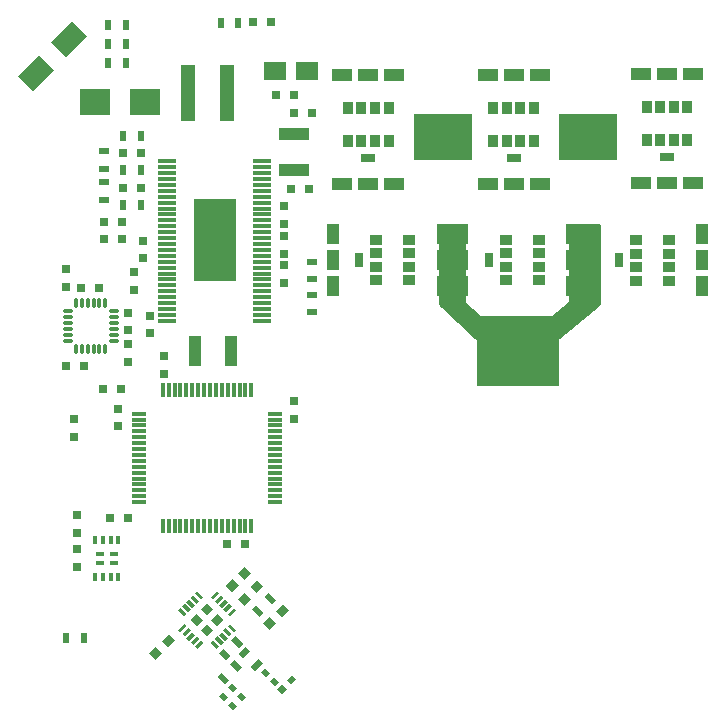
<source format=gtp>
%TF.GenerationSoftware,KiCad,Pcbnew,4.0.7*%
%TF.CreationDate,2018-04-15T21:02:44+08:00*%
%TF.ProjectId,VESC_6,564553435F362E6B696361645F706362,rev?*%
%TF.FileFunction,Paste,Top*%
%FSLAX46Y46*%
G04 Gerber Fmt 4.6, Leading zero omitted, Abs format (unit mm)*
G04 Created by KiCad (PCBNEW 4.0.7) date 2018 April 15, Sunday 21:02:44*
%MOMM*%
%LPD*%
G01*
G04 APERTURE LIST*
%ADD10C,0.100000*%
%ADD11O,0.300000X0.850000*%
%ADD12O,0.850000X0.300000*%
%ADD13R,1.000000X2.500000*%
%ADD14R,1.501140X0.299720*%
%ADD15R,3.599180X7.000240*%
%ADD16R,0.700000X1.300000*%
%ADD17R,1.100000X0.850000*%
%ADD18R,1.100000X1.700000*%
%ADD19R,1.300000X0.700000*%
%ADD20R,0.850000X1.100000*%
%ADD21R,1.700000X1.100000*%
%ADD22R,0.350000X0.650000*%
%ADD23R,0.720000X0.465000*%
%ADD24R,5.000000X4.000000*%
%ADD25R,0.800000X0.750000*%
%ADD26R,0.750000X0.800000*%
%ADD27R,0.900000X0.500000*%
%ADD28R,0.500000X0.900000*%
%ADD29R,2.500000X1.000000*%
%ADD30R,1.180000X4.700000*%
%ADD31R,1.950000X1.500000*%
%ADD32R,7.000000X6.000000*%
%ADD33R,0.304800X1.193800*%
%ADD34R,1.193800X0.304800*%
%ADD35R,2.500000X2.300000*%
%ADD36C,0.254000*%
G04 APERTURE END LIST*
D10*
D11*
X120334000Y-83726000D03*
X120834000Y-83726000D03*
X121334000Y-83726000D03*
X121834000Y-83726000D03*
X122334000Y-83726000D03*
X122834000Y-83726000D03*
D12*
X123534000Y-83026000D03*
X123534000Y-82526000D03*
X123534000Y-82026000D03*
X123534000Y-81526000D03*
X123534000Y-81026000D03*
X123534000Y-80526000D03*
D11*
X122834000Y-79826000D03*
X122334000Y-79826000D03*
X121834000Y-79826000D03*
X121334000Y-79826000D03*
X120834000Y-79826000D03*
X120334000Y-79826000D03*
D12*
X119634000Y-80526000D03*
X119634000Y-81026000D03*
X119634000Y-81526000D03*
X119634000Y-82026000D03*
X119634000Y-82526000D03*
X119634000Y-83026000D03*
D13*
X133453000Y-83947000D03*
X130453000Y-83947000D03*
D10*
G36*
X128183008Y-107887662D02*
X128713338Y-108417992D01*
X128147652Y-108983678D01*
X127617322Y-108453348D01*
X128183008Y-107887662D01*
X128183008Y-107887662D01*
G37*
G36*
X127122348Y-108948322D02*
X127652678Y-109478652D01*
X127086992Y-110044338D01*
X126556662Y-109514008D01*
X127122348Y-108948322D01*
X127122348Y-108948322D01*
G37*
G36*
X136738992Y-107504338D02*
X136208662Y-106974008D01*
X136774348Y-106408322D01*
X137304678Y-106938652D01*
X136738992Y-107504338D01*
X136738992Y-107504338D01*
G37*
G36*
X137799652Y-106443678D02*
X137269322Y-105913348D01*
X137835008Y-105347662D01*
X138365338Y-105877992D01*
X137799652Y-106443678D01*
X137799652Y-106443678D01*
G37*
G36*
X136659909Y-104384695D02*
X137296305Y-105021091D01*
X136942751Y-105374645D01*
X136306355Y-104738249D01*
X136659909Y-104384695D01*
X136659909Y-104384695D01*
G37*
G36*
X135599249Y-105445355D02*
X136235645Y-106081751D01*
X135882091Y-106435305D01*
X135245695Y-105798909D01*
X135599249Y-105445355D01*
X135599249Y-105445355D01*
G37*
D14*
X136080500Y-76852780D03*
X136080500Y-76352400D03*
X136080500Y-75852020D03*
X136080500Y-75351640D03*
X136080500Y-74851260D03*
X136080500Y-74353420D03*
X136080500Y-73853040D03*
X136080500Y-73352660D03*
X136080500Y-72852280D03*
X136080500Y-72351900D03*
X136080500Y-71851520D03*
X136080500Y-81351120D03*
X136080500Y-80853280D03*
X136080500Y-80352900D03*
X128079500Y-75852020D03*
X136080500Y-79352140D03*
X136080500Y-78851760D03*
X136080500Y-78351380D03*
X136080500Y-77853540D03*
X136080500Y-77353160D03*
X128079500Y-73352660D03*
X128079500Y-73853040D03*
X128079500Y-74353420D03*
X128079500Y-74851260D03*
X128079500Y-75351640D03*
X136080500Y-79852520D03*
X128079500Y-76352400D03*
X128079500Y-76852780D03*
X128079500Y-77353160D03*
X128079500Y-77853540D03*
X128079500Y-78351380D03*
X128079500Y-78851760D03*
X128079500Y-79352140D03*
X128079500Y-67853560D03*
X128079500Y-68351400D03*
X128079500Y-68851780D03*
X128079500Y-69352160D03*
X128079500Y-69852540D03*
X128079500Y-70352920D03*
X128079500Y-70853300D03*
X128079500Y-71351140D03*
X128079500Y-71851520D03*
X128079500Y-72351900D03*
X128079500Y-72852280D03*
X128079500Y-79852520D03*
X128079500Y-80352900D03*
X128079500Y-80853280D03*
X128079500Y-81351120D03*
X136080500Y-71351140D03*
X136080500Y-70853300D03*
X136080500Y-70352920D03*
X136080500Y-69852540D03*
X136080500Y-69352160D03*
X136080500Y-68851780D03*
X136080500Y-68351400D03*
X136080500Y-67853560D03*
D15*
X132080000Y-74549000D03*
D10*
G36*
X133865909Y-108067695D02*
X134502305Y-108704091D01*
X134148751Y-109057645D01*
X133512355Y-108421249D01*
X133865909Y-108067695D01*
X133865909Y-108067695D01*
G37*
G36*
X132805249Y-109128355D02*
X133441645Y-109764751D01*
X133088091Y-110118305D01*
X132451695Y-109481909D01*
X132805249Y-109128355D01*
X132805249Y-109128355D01*
G37*
G36*
X134660008Y-102172662D02*
X135190338Y-102702992D01*
X134624652Y-103268678D01*
X134094322Y-102738348D01*
X134660008Y-102172662D01*
X134660008Y-102172662D01*
G37*
G36*
X133599348Y-103233322D02*
X134129678Y-103763652D01*
X133563992Y-104329338D01*
X133033662Y-103799008D01*
X133599348Y-103233322D01*
X133599348Y-103233322D01*
G37*
D16*
X166334000Y-76241000D03*
D17*
X167734000Y-75666000D03*
X167734000Y-76816000D03*
X170534000Y-76816000D03*
X170534000Y-75666000D03*
X167734000Y-74516000D03*
X170534000Y-74516000D03*
X167734000Y-77966000D03*
X170534000Y-77966000D03*
D18*
X164084000Y-76241000D03*
X164084000Y-74041000D03*
X164084000Y-78441000D03*
X173384000Y-76241000D03*
X173384000Y-78441000D03*
X173384000Y-74041000D03*
D19*
X170393000Y-67473000D03*
D20*
X169818000Y-66073000D03*
X170968000Y-66073000D03*
X170968000Y-63273000D03*
X169818000Y-63273000D03*
X168668000Y-66073000D03*
X168668000Y-63273000D03*
X172118000Y-66073000D03*
X172118000Y-63273000D03*
D21*
X170393000Y-69723000D03*
X168193000Y-69723000D03*
X172593000Y-69723000D03*
X170393000Y-60423000D03*
X172593000Y-60423000D03*
X168193000Y-60423000D03*
D16*
X144334000Y-76200000D03*
D17*
X145734000Y-75625000D03*
X145734000Y-76775000D03*
X148534000Y-76775000D03*
X148534000Y-75625000D03*
X145734000Y-74475000D03*
X148534000Y-74475000D03*
X145734000Y-77925000D03*
X148534000Y-77925000D03*
D18*
X142084000Y-76200000D03*
X142084000Y-74000000D03*
X142084000Y-78400000D03*
X151384000Y-76200000D03*
X151384000Y-78400000D03*
X151384000Y-74000000D03*
D10*
G36*
X136153305Y-110370909D02*
X135516909Y-111007305D01*
X135163355Y-110653751D01*
X135799751Y-110017355D01*
X136153305Y-110370909D01*
X136153305Y-110370909D01*
G37*
G36*
X135092645Y-109310249D02*
X134456249Y-109946645D01*
X134102695Y-109593091D01*
X134739091Y-108956695D01*
X135092645Y-109310249D01*
X135092645Y-109310249D01*
G37*
G36*
X132961091Y-112124905D02*
X132324695Y-111488509D01*
X132678249Y-111134955D01*
X133314645Y-111771351D01*
X132961091Y-112124905D01*
X132961091Y-112124905D01*
G37*
G36*
X134021751Y-111064245D02*
X133385355Y-110427849D01*
X133738909Y-110074295D01*
X134375305Y-110710691D01*
X134021751Y-111064245D01*
X134021751Y-111064245D01*
G37*
D22*
X123946000Y-99916500D03*
X123296000Y-99916500D03*
X122646000Y-99916500D03*
X121996000Y-99916500D03*
X121996000Y-103016500D03*
X122646000Y-103016500D03*
X123296000Y-103016500D03*
X123946000Y-103016500D03*
D23*
X122371000Y-101854000D03*
X123571000Y-101854000D03*
X122371000Y-101079000D03*
X123571000Y-101079000D03*
D10*
G36*
X130398482Y-104431400D02*
X130610614Y-104219268D01*
X131126802Y-104735456D01*
X130914670Y-104947588D01*
X130398482Y-104431400D01*
X130398482Y-104431400D01*
G37*
G36*
X130044929Y-104784954D02*
X130257061Y-104572822D01*
X130773249Y-105089010D01*
X130561117Y-105301142D01*
X130044929Y-104784954D01*
X130044929Y-104784954D01*
G37*
G36*
X129691375Y-105138507D02*
X129903507Y-104926375D01*
X130419695Y-105442563D01*
X130207563Y-105654695D01*
X129691375Y-105138507D01*
X129691375Y-105138507D01*
G37*
G36*
X129337822Y-105492061D02*
X129549954Y-105279929D01*
X130066142Y-105796117D01*
X129854010Y-106008249D01*
X129337822Y-105492061D01*
X129337822Y-105492061D01*
G37*
G36*
X128984268Y-105845614D02*
X129196400Y-105633482D01*
X129712588Y-106149670D01*
X129500456Y-106361802D01*
X128984268Y-105845614D01*
X128984268Y-105845614D01*
G37*
G36*
X129196400Y-107726518D02*
X128984268Y-107514386D01*
X129500456Y-106998198D01*
X129712588Y-107210330D01*
X129196400Y-107726518D01*
X129196400Y-107726518D01*
G37*
G36*
X129549954Y-108080071D02*
X129337822Y-107867939D01*
X129854010Y-107351751D01*
X130066142Y-107563883D01*
X129549954Y-108080071D01*
X129549954Y-108080071D01*
G37*
G36*
X129903507Y-108433625D02*
X129691375Y-108221493D01*
X130207563Y-107705305D01*
X130419695Y-107917437D01*
X129903507Y-108433625D01*
X129903507Y-108433625D01*
G37*
G36*
X130257061Y-108787178D02*
X130044929Y-108575046D01*
X130561117Y-108058858D01*
X130773249Y-108270990D01*
X130257061Y-108787178D01*
X130257061Y-108787178D01*
G37*
G36*
X130610614Y-109140732D02*
X130398482Y-108928600D01*
X130914670Y-108412412D01*
X131126802Y-108624544D01*
X130610614Y-109140732D01*
X130610614Y-109140732D01*
G37*
G36*
X131763198Y-108624544D02*
X131975330Y-108412412D01*
X132491518Y-108928600D01*
X132279386Y-109140732D01*
X131763198Y-108624544D01*
X131763198Y-108624544D01*
G37*
G36*
X132116751Y-108270990D02*
X132328883Y-108058858D01*
X132845071Y-108575046D01*
X132632939Y-108787178D01*
X132116751Y-108270990D01*
X132116751Y-108270990D01*
G37*
G36*
X132470305Y-107917437D02*
X132682437Y-107705305D01*
X133198625Y-108221493D01*
X132986493Y-108433625D01*
X132470305Y-107917437D01*
X132470305Y-107917437D01*
G37*
G36*
X132823858Y-107563883D02*
X133035990Y-107351751D01*
X133552178Y-107867939D01*
X133340046Y-108080071D01*
X132823858Y-107563883D01*
X132823858Y-107563883D01*
G37*
G36*
X133177412Y-107210330D02*
X133389544Y-106998198D01*
X133905732Y-107514386D01*
X133693600Y-107726518D01*
X133177412Y-107210330D01*
X133177412Y-107210330D01*
G37*
G36*
X133389544Y-106361802D02*
X133177412Y-106149670D01*
X133693600Y-105633482D01*
X133905732Y-105845614D01*
X133389544Y-106361802D01*
X133389544Y-106361802D01*
G37*
G36*
X133035990Y-106008249D02*
X132823858Y-105796117D01*
X133340046Y-105279929D01*
X133552178Y-105492061D01*
X133035990Y-106008249D01*
X133035990Y-106008249D01*
G37*
G36*
X132682437Y-105654695D02*
X132470305Y-105442563D01*
X132986493Y-104926375D01*
X133198625Y-105138507D01*
X132682437Y-105654695D01*
X132682437Y-105654695D01*
G37*
G36*
X132328883Y-105301142D02*
X132116751Y-105089010D01*
X132632939Y-104572822D01*
X132845071Y-104784954D01*
X132328883Y-105301142D01*
X132328883Y-105301142D01*
G37*
G36*
X131975330Y-104947588D02*
X131763198Y-104735456D01*
X132279386Y-104219268D01*
X132491518Y-104431400D01*
X131975330Y-104947588D01*
X131975330Y-104947588D01*
G37*
G36*
X130914670Y-107563883D02*
X131445000Y-107033553D01*
X131975330Y-107563883D01*
X131445000Y-108094213D01*
X130914670Y-107563883D01*
X130914670Y-107563883D01*
G37*
G36*
X131798553Y-106680000D02*
X132328883Y-106149670D01*
X132859213Y-106680000D01*
X132328883Y-107210330D01*
X131798553Y-106680000D01*
X131798553Y-106680000D01*
G37*
G36*
X130030787Y-106680000D02*
X130561117Y-106149670D01*
X131091447Y-106680000D01*
X130561117Y-107210330D01*
X130030787Y-106680000D01*
X130030787Y-106680000D01*
G37*
G36*
X130914670Y-105796117D02*
X131445000Y-105265787D01*
X131975330Y-105796117D01*
X131445000Y-106326447D01*
X130914670Y-105796117D01*
X130914670Y-105796117D01*
G37*
D19*
X145087000Y-67567000D03*
D20*
X144512000Y-66167000D03*
X145662000Y-66167000D03*
X145662000Y-63367000D03*
X144512000Y-63367000D03*
X143362000Y-66167000D03*
X143362000Y-63367000D03*
X146812000Y-66167000D03*
X146812000Y-63367000D03*
D21*
X145087000Y-69817000D03*
X142887000Y-69817000D03*
X147287000Y-69817000D03*
X145087000Y-60517000D03*
X147287000Y-60517000D03*
X142887000Y-60517000D03*
D16*
X155321000Y-76200000D03*
D17*
X156721000Y-75625000D03*
X156721000Y-76775000D03*
X159521000Y-76775000D03*
X159521000Y-75625000D03*
X156721000Y-74475000D03*
X159521000Y-74475000D03*
X156721000Y-77925000D03*
X159521000Y-77925000D03*
D18*
X153071000Y-76200000D03*
X153071000Y-74000000D03*
X153071000Y-78400000D03*
X162371000Y-76200000D03*
X162371000Y-78400000D03*
X162371000Y-74000000D03*
D19*
X157406000Y-67567000D03*
D20*
X156831000Y-66167000D03*
X157981000Y-66167000D03*
X157981000Y-63367000D03*
X156831000Y-63367000D03*
X155681000Y-66167000D03*
X155681000Y-63367000D03*
X159131000Y-66167000D03*
X159131000Y-63367000D03*
D21*
X157406000Y-69817000D03*
X155206000Y-69817000D03*
X159606000Y-69817000D03*
X157406000Y-60517000D03*
X159606000Y-60517000D03*
X155206000Y-60517000D03*
D24*
X151384000Y-65786000D03*
X163703000Y-65786000D03*
D25*
X133120000Y-100266500D03*
X134620000Y-100266500D03*
D26*
X123888500Y-90285000D03*
X123888500Y-88785000D03*
X127762000Y-85840000D03*
X127762000Y-84340000D03*
X120142000Y-91174000D03*
X120142000Y-89674000D03*
D25*
X123265500Y-98044000D03*
X124765500Y-98044000D03*
D26*
X138811000Y-88162000D03*
X138811000Y-89662000D03*
D25*
X124244800Y-72974200D03*
X122744800Y-72974200D03*
X124244800Y-74422000D03*
X122744800Y-74422000D03*
X125870400Y-70104000D03*
X124370400Y-70104000D03*
D26*
X125222000Y-78728000D03*
X125222000Y-77228000D03*
D25*
X124345000Y-67183000D03*
X125845000Y-67183000D03*
D26*
X125984000Y-74561000D03*
X125984000Y-76061000D03*
X126619000Y-80911000D03*
X126619000Y-82411000D03*
D25*
X140323000Y-63754000D03*
X138823000Y-63754000D03*
D26*
X137922000Y-71640000D03*
X137922000Y-73140000D03*
X137922000Y-74180000D03*
X137922000Y-75680000D03*
X137922000Y-76669200D03*
X137922000Y-78169200D03*
D25*
X140069000Y-70231000D03*
X138569000Y-70231000D03*
X137299000Y-62230000D03*
X138799000Y-62230000D03*
D26*
X120396000Y-97802000D03*
X120396000Y-99302000D03*
X120446800Y-102172200D03*
X120446800Y-100672200D03*
D25*
X124130500Y-87122000D03*
X122630500Y-87122000D03*
D10*
G36*
X134579992Y-105472338D02*
X134049662Y-104942008D01*
X134615348Y-104376322D01*
X135145678Y-104906652D01*
X134579992Y-105472338D01*
X134579992Y-105472338D01*
G37*
G36*
X135640652Y-104411678D02*
X135110322Y-103881348D01*
X135676008Y-103315662D01*
X136206338Y-103845992D01*
X135640652Y-104411678D01*
X135640652Y-104411678D01*
G37*
D25*
X135317800Y-56083200D03*
X136817800Y-56083200D03*
D26*
X124714000Y-82169000D03*
X124714000Y-80669000D03*
X119507000Y-76974000D03*
X119507000Y-78474000D03*
D25*
X122301000Y-78613000D03*
X120801000Y-78613000D03*
X121007000Y-85217000D03*
X119507000Y-85217000D03*
D26*
X124714000Y-83336000D03*
X124714000Y-84836000D03*
D27*
X122732800Y-71108000D03*
X122732800Y-69608000D03*
X122732800Y-68517200D03*
X122732800Y-67017200D03*
D28*
X124370400Y-68630800D03*
X125870400Y-68630800D03*
X124370400Y-71577200D03*
X125870400Y-71577200D03*
X124345000Y-65735200D03*
X125845000Y-65735200D03*
X119519000Y-108204000D03*
X121019000Y-108204000D03*
X134100000Y-56134000D03*
X132600000Y-56134000D03*
X124579300Y-56305700D03*
X123079300Y-56305700D03*
X124575000Y-57912000D03*
X123075000Y-57912000D03*
X124575000Y-59563000D03*
X123075000Y-59563000D03*
D29*
X138811000Y-68556000D03*
X138811000Y-65556000D03*
D30*
X129794000Y-62103000D03*
X133104000Y-62103000D03*
D10*
G36*
X116702299Y-61862494D02*
X115429506Y-60589701D01*
X117197273Y-58821934D01*
X118470066Y-60094727D01*
X116702299Y-61862494D01*
X116702299Y-61862494D01*
G37*
G36*
X119530727Y-59034066D02*
X118257934Y-57761273D01*
X120025701Y-55993506D01*
X121298494Y-57266299D01*
X119530727Y-59034066D01*
X119530727Y-59034066D01*
G37*
D31*
X137182000Y-60198000D03*
X139932000Y-60198000D03*
D10*
G36*
X132445182Y-113113736D02*
X132798736Y-112760182D01*
X133223000Y-113184446D01*
X132869446Y-113538000D01*
X132445182Y-113113736D01*
X132445182Y-113113736D01*
G37*
G36*
X133223000Y-113891554D02*
X133576554Y-113538000D01*
X134000818Y-113962264D01*
X133647264Y-114315818D01*
X133223000Y-113891554D01*
X133223000Y-113891554D01*
G37*
G36*
X133207182Y-112351736D02*
X133560736Y-111998182D01*
X133985000Y-112422446D01*
X133631446Y-112776000D01*
X133207182Y-112351736D01*
X133207182Y-112351736D01*
G37*
G36*
X133985000Y-113129554D02*
X134338554Y-112776000D01*
X134762818Y-113200264D01*
X134409264Y-113553818D01*
X133985000Y-113129554D01*
X133985000Y-113129554D01*
G37*
G36*
X137556818Y-111930264D02*
X137203264Y-112283818D01*
X136779000Y-111859554D01*
X137132554Y-111506000D01*
X137556818Y-111930264D01*
X137556818Y-111930264D01*
G37*
G36*
X136779000Y-111152446D02*
X136425446Y-111506000D01*
X136001182Y-111081736D01*
X136354736Y-110728182D01*
X136779000Y-111152446D01*
X136779000Y-111152446D01*
G37*
G36*
X137751736Y-112918818D02*
X137398182Y-112565264D01*
X137822446Y-112141000D01*
X138176000Y-112494554D01*
X137751736Y-112918818D01*
X137751736Y-112918818D01*
G37*
G36*
X138529554Y-112141000D02*
X138176000Y-111787446D01*
X138600264Y-111363182D01*
X138953818Y-111716736D01*
X138529554Y-112141000D01*
X138529554Y-112141000D01*
G37*
D27*
X140335000Y-76339000D03*
X140335000Y-77839000D03*
X140335000Y-79133000D03*
X140335000Y-80633000D03*
D32*
X157734000Y-83947000D03*
D33*
X135195000Y-87214001D03*
X134695001Y-87214001D03*
X134195000Y-87214001D03*
X133695001Y-87214001D03*
X133194999Y-87214001D03*
X132695000Y-87214001D03*
X132195001Y-87214001D03*
X131695000Y-87214001D03*
X131195000Y-87214001D03*
X130694999Y-87214001D03*
X130195000Y-87214001D03*
X129695001Y-87214001D03*
X129194999Y-87214001D03*
X128695000Y-87214001D03*
X128194999Y-87214001D03*
X127695000Y-87214001D03*
D34*
X125695001Y-89214000D03*
X125695001Y-89713999D03*
X125695001Y-90214000D03*
X125695001Y-90713999D03*
X125695001Y-91214001D03*
X125695001Y-91714000D03*
X125695001Y-92213999D03*
X125695001Y-92714000D03*
X125695001Y-93214000D03*
X125695001Y-93714001D03*
X125695001Y-94214000D03*
X125695001Y-94713999D03*
X125695001Y-95214001D03*
X125695001Y-95714000D03*
X125695001Y-96214001D03*
X125695001Y-96714000D03*
D33*
X127695000Y-98713999D03*
X128194999Y-98713999D03*
X128695000Y-98713999D03*
X129194999Y-98713999D03*
X129695001Y-98713999D03*
X130195000Y-98713999D03*
X130694999Y-98713999D03*
X131195000Y-98713999D03*
X131695000Y-98713999D03*
X132195001Y-98713999D03*
X132695000Y-98713999D03*
X133194999Y-98713999D03*
X133695001Y-98713999D03*
X134195000Y-98713999D03*
X134695001Y-98713999D03*
X135195000Y-98713999D03*
D34*
X137194999Y-96714000D03*
X137194999Y-96214001D03*
X137194999Y-95714000D03*
X137194999Y-95214001D03*
X137194999Y-94713999D03*
X137194999Y-94214000D03*
X137194999Y-93714001D03*
X137194999Y-93214000D03*
X137194999Y-92714000D03*
X137194999Y-92213999D03*
X137194999Y-91714000D03*
X137194999Y-91214001D03*
X137194999Y-90713999D03*
X137194999Y-90214000D03*
X137194999Y-89713999D03*
X137194999Y-89214000D03*
D35*
X126229000Y-62865000D03*
X121929000Y-62865000D03*
D36*
G36*
X153219005Y-79805088D02*
X153229433Y-79854411D01*
X153263636Y-79900670D01*
X156535807Y-82688614D01*
X155439700Y-83894331D01*
X151130000Y-79954034D01*
X151130000Y-73279000D01*
X153163084Y-73279000D01*
X153219005Y-79805088D01*
X153219005Y-79805088D01*
G37*
X153219005Y-79805088D02*
X153229433Y-79854411D01*
X153263636Y-79900670D01*
X156535807Y-82688614D01*
X155439700Y-83894331D01*
X151130000Y-79954034D01*
X151130000Y-73279000D01*
X153163084Y-73279000D01*
X153219005Y-79805088D01*
G36*
X164592000Y-79950298D02*
X160295618Y-83510157D01*
X159303485Y-82187313D01*
X162135335Y-79724835D01*
X162166054Y-79684863D01*
X162179000Y-79629000D01*
X162179000Y-73279000D01*
X164592000Y-73279000D01*
X164592000Y-79950298D01*
X164592000Y-79950298D01*
G37*
X164592000Y-79950298D02*
X160295618Y-83510157D01*
X159303485Y-82187313D01*
X162135335Y-79724835D01*
X162166054Y-79684863D01*
X162179000Y-79629000D01*
X162179000Y-73279000D01*
X164592000Y-73279000D01*
X164592000Y-79950298D01*
M02*

</source>
